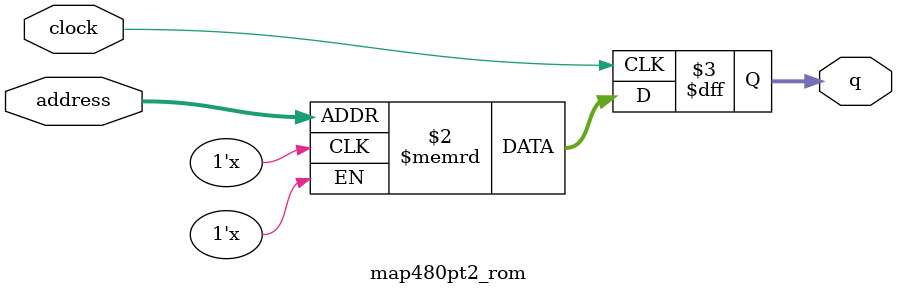
<source format=sv>
module map480pt2_rom (
	input logic clock,
	input logic [17:0] address,
	output logic [3:0] q
);

logic [3:0] memory [0:153599] /* synthesis ram_init_file = "./map480pt2/map480pt2.mif" */;

always_ff @ (posedge clock) begin
	q <= memory[address];
end

endmodule

</source>
